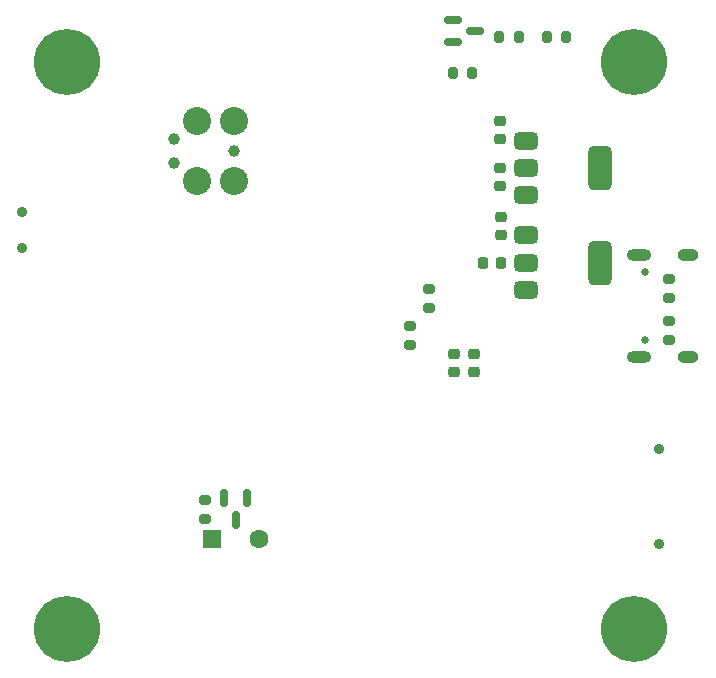
<source format=gbs>
G04 #@! TF.GenerationSoftware,KiCad,Pcbnew,8.0.4*
G04 #@! TF.CreationDate,2024-08-30T21:15:12+02:00*
G04 #@! TF.ProjectId,STARGLIDER_MainBoard_rev1,53544152-474c-4494-9445-525f4d61696e,rev?*
G04 #@! TF.SameCoordinates,Original*
G04 #@! TF.FileFunction,Soldermask,Bot*
G04 #@! TF.FilePolarity,Negative*
%FSLAX46Y46*%
G04 Gerber Fmt 4.6, Leading zero omitted, Abs format (unit mm)*
G04 Created by KiCad (PCBNEW 8.0.4) date 2024-08-30 21:15:12*
%MOMM*%
%LPD*%
G01*
G04 APERTURE LIST*
G04 Aperture macros list*
%AMRoundRect*
0 Rectangle with rounded corners*
0 $1 Rounding radius*
0 $2 $3 $4 $5 $6 $7 $8 $9 X,Y pos of 4 corners*
0 Add a 4 corners polygon primitive as box body*
4,1,4,$2,$3,$4,$5,$6,$7,$8,$9,$2,$3,0*
0 Add four circle primitives for the rounded corners*
1,1,$1+$1,$2,$3*
1,1,$1+$1,$4,$5*
1,1,$1+$1,$6,$7*
1,1,$1+$1,$8,$9*
0 Add four rect primitives between the rounded corners*
20,1,$1+$1,$2,$3,$4,$5,0*
20,1,$1+$1,$4,$5,$6,$7,0*
20,1,$1+$1,$6,$7,$8,$9,0*
20,1,$1+$1,$8,$9,$2,$3,0*%
G04 Aperture macros list end*
%ADD10C,5.600000*%
%ADD11R,1.600000X1.600000*%
%ADD12C,1.600000*%
%ADD13C,0.900000*%
%ADD14C,2.374900*%
%ADD15C,0.990600*%
%ADD16C,0.650000*%
%ADD17O,2.100000X1.000000*%
%ADD18O,1.800000X1.000000*%
%ADD19RoundRect,0.200000X-0.275000X0.200000X-0.275000X-0.200000X0.275000X-0.200000X0.275000X0.200000X0*%
%ADD20RoundRect,0.200000X0.275000X-0.200000X0.275000X0.200000X-0.275000X0.200000X-0.275000X-0.200000X0*%
%ADD21RoundRect,0.225000X0.250000X-0.225000X0.250000X0.225000X-0.250000X0.225000X-0.250000X-0.225000X0*%
%ADD22RoundRect,0.225000X-0.250000X0.225000X-0.250000X-0.225000X0.250000X-0.225000X0.250000X0.225000X0*%
%ADD23RoundRect,0.375000X-0.625000X-0.375000X0.625000X-0.375000X0.625000X0.375000X-0.625000X0.375000X0*%
%ADD24RoundRect,0.500000X-0.500000X-1.400000X0.500000X-1.400000X0.500000X1.400000X-0.500000X1.400000X0*%
%ADD25RoundRect,0.225000X0.225000X0.250000X-0.225000X0.250000X-0.225000X-0.250000X0.225000X-0.250000X0*%
%ADD26RoundRect,0.150000X-0.150000X0.587500X-0.150000X-0.587500X0.150000X-0.587500X0.150000X0.587500X0*%
%ADD27RoundRect,0.200000X-0.200000X-0.275000X0.200000X-0.275000X0.200000X0.275000X-0.200000X0.275000X0*%
%ADD28RoundRect,0.200000X0.200000X0.275000X-0.200000X0.275000X-0.200000X-0.275000X0.200000X-0.275000X0*%
%ADD29RoundRect,0.150000X-0.587500X-0.150000X0.587500X-0.150000X0.587500X0.150000X-0.587500X0.150000X0*%
G04 APERTURE END LIST*
D10*
X131000000Y-83000000D03*
D11*
X95300000Y-123400000D03*
D12*
X99300000Y-123400000D03*
D13*
X79240000Y-95750000D03*
X79240000Y-98750000D03*
D14*
X97175000Y-93080000D03*
D15*
X97175000Y-90540000D03*
D14*
X97175000Y-88000000D03*
X94000000Y-93080000D03*
X94000000Y-88000000D03*
D15*
X92095000Y-91556000D03*
X92095000Y-89524000D03*
D16*
X131925000Y-106565000D03*
X131925000Y-100785000D03*
D17*
X131425000Y-107995000D03*
D18*
X135605000Y-107995000D03*
D17*
X131425000Y-99355000D03*
D18*
X135605000Y-99355000D03*
D10*
X83000000Y-131000000D03*
X131000000Y-131000000D03*
X82999999Y-82999999D03*
D13*
X133100000Y-115800000D03*
X133100000Y-123800000D03*
D19*
X112100000Y-105350000D03*
X112100000Y-107000000D03*
D20*
X134000000Y-103000000D03*
X134000000Y-101350000D03*
D21*
X115750000Y-109275000D03*
X115750000Y-107725000D03*
D22*
X119700000Y-92000000D03*
X119700000Y-93550000D03*
D23*
X121850000Y-94300000D03*
X121850000Y-92000000D03*
D24*
X128150000Y-92000000D03*
D23*
X121850000Y-89700000D03*
X121850000Y-102300000D03*
X121850000Y-100000000D03*
D24*
X128150000Y-100000000D03*
D23*
X121850000Y-97700000D03*
D25*
X119775000Y-100000000D03*
X118225000Y-100000000D03*
D21*
X119750000Y-97675000D03*
X119750000Y-96125000D03*
D26*
X97300000Y-121800000D03*
X96350000Y-119925000D03*
X98250000Y-119925000D03*
D22*
X117500000Y-107725000D03*
X117500000Y-109275000D03*
D19*
X113710000Y-102220000D03*
X113710000Y-103870000D03*
D21*
X119700000Y-89550000D03*
X119700000Y-88000000D03*
D27*
X123633000Y-80906000D03*
X125283000Y-80906000D03*
D20*
X94700000Y-121725000D03*
X94700000Y-120075000D03*
D28*
X117325000Y-83906000D03*
X115675000Y-83906000D03*
D19*
X134000000Y-104920000D03*
X134000000Y-106570000D03*
D27*
X119633000Y-80906000D03*
X121283000Y-80906000D03*
D29*
X117600000Y-80400000D03*
X115725000Y-81350000D03*
X115725000Y-79450000D03*
M02*

</source>
